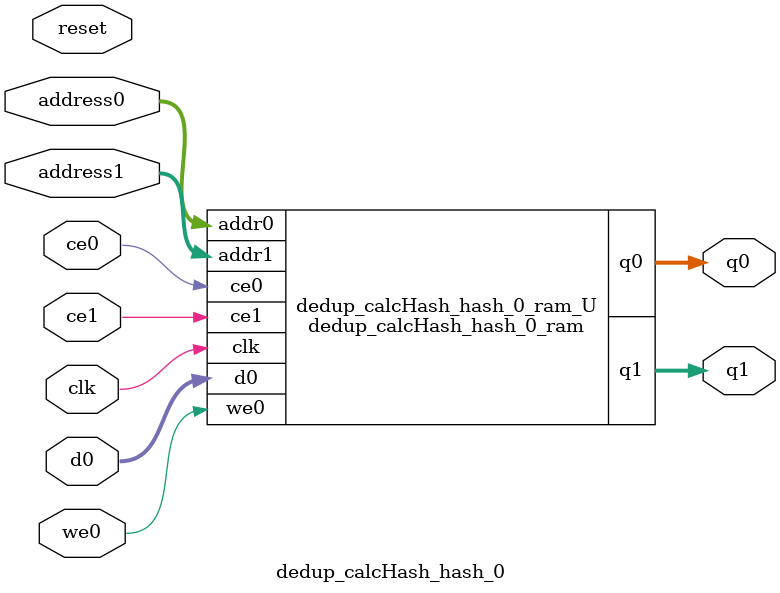
<source format=v>

`timescale 1 ns / 1 ps
module dedup_calcHash_hash_0_ram (addr0, ce0, d0, we0, q0, addr1, ce1, q1,  clk);

parameter DWIDTH = 32;
parameter AWIDTH = 6;
parameter MEM_SIZE = 56;

input[AWIDTH-1:0] addr0;
input ce0;
input[DWIDTH-1:0] d0;
input we0;
output reg[DWIDTH-1:0] q0;
input[AWIDTH-1:0] addr1;
input ce1;
output reg[DWIDTH-1:0] q1;
input clk;

(* ram_style = "block" *)reg [DWIDTH-1:0] ram[MEM_SIZE-1:0];




always @(posedge clk)  
begin 
    if (ce0) 
    begin
        if (we0) 
        begin 
            ram[addr0] <= d0; 
            q0 <= d0;
        end 
        else 
            q0 <= ram[addr0];
    end
end


always @(posedge clk)  
begin 
    if (ce1) 
    begin
            q1 <= ram[addr1];
    end
end


endmodule


`timescale 1 ns / 1 ps
module dedup_calcHash_hash_0(
    reset,
    clk,
    address0,
    ce0,
    we0,
    d0,
    q0,
    address1,
    ce1,
    q1);

parameter DataWidth = 32'd32;
parameter AddressRange = 32'd56;
parameter AddressWidth = 32'd6;
input reset;
input clk;
input[AddressWidth - 1:0] address0;
input ce0;
input we0;
input[DataWidth - 1:0] d0;
output[DataWidth - 1:0] q0;
input[AddressWidth - 1:0] address1;
input ce1;
output[DataWidth - 1:0] q1;



dedup_calcHash_hash_0_ram dedup_calcHash_hash_0_ram_U(
    .clk( clk ),
    .addr0( address0 ),
    .ce0( ce0 ),
    .d0( d0 ),
    .we0( we0 ),
    .q0( q0 ),
    .addr1( address1 ),
    .ce1( ce1 ),
    .q1( q1 ));

endmodule


</source>
